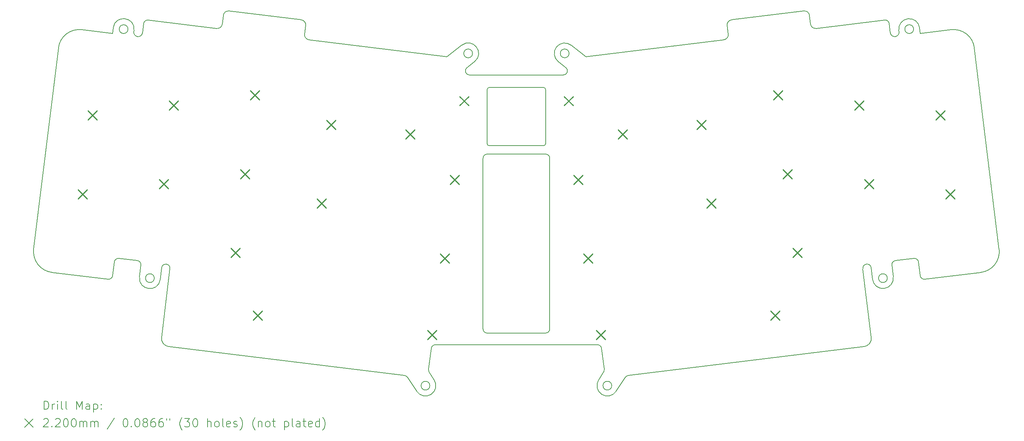
<source format=gbr>
%TF.GenerationSoftware,KiCad,Pcbnew,7.0.9-7.0.9~ubuntu23.04.1*%
%TF.CreationDate,Date%
%TF.ProjectId,le_capybara_plate,6c655f63-6170-4796-9261-72615f706c61,v0.1*%
%TF.SameCoordinates,PX8bd8a70PY50733a9*%
%TF.FileFunction,Drillmap*%
%TF.FilePolarity,Positive*%
%FSLAX45Y45*%
G04 Gerber Fmt 4.5, Leading zero omitted, Abs format (unit mm)*
G04 Created by KiCad*
%MOMM*%
%LPD*%
G01*
G04 APERTURE LIST*
%ADD10C,0.200000*%
%ADD11C,0.220000*%
G04 APERTURE END LIST*
D10*
X7768292Y-5899563D02*
X9505248Y-6112834D01*
X13000263Y-6996607D02*
X13352501Y-6720889D01*
X24349350Y-12254164D02*
G75*
G03*
X24460788Y-12341232I99260J12194D01*
G01*
X17344395Y-14654494D02*
X23002554Y-13959760D01*
X15313947Y-9135806D02*
X14013947Y-9135806D01*
X5019723Y-11927357D02*
X4979547Y-12254570D01*
X3086355Y-11619111D02*
G75*
G03*
X3521694Y-12176319I496255J-60949D01*
G01*
X13660987Y-7114385D02*
G75*
G03*
X13352501Y-6720889I-154247J196745D01*
G01*
X16636342Y-14759971D02*
G75*
G03*
X17055221Y-15032984I209438J-136509D01*
G01*
X13611743Y-6917636D02*
G75*
G03*
X13611743Y-6917636I-105000J0D01*
G01*
X5131165Y-11840286D02*
G75*
G03*
X5019723Y-11927357I-12195J-99244D01*
G01*
X6155813Y-12066852D02*
X6121562Y-12345799D01*
X12273674Y-15033392D02*
X12056088Y-14699552D01*
X5574672Y-6512416D02*
X5582675Y-6513399D01*
X25807199Y-12175911D02*
G75*
G03*
X26242538Y-11618705I-60919J496261D01*
G01*
X9609729Y-6246564D02*
X9583984Y-6456240D01*
X23002554Y-13959759D02*
G75*
G03*
X23176689Y-13736877I-24374J198509D01*
G01*
X12720579Y-13914990D02*
X16608264Y-13914636D01*
X24349347Y-12254164D02*
X24309170Y-11926951D01*
X5487603Y-6400975D02*
G75*
G03*
X5574672Y-6512416I99257J-12185D01*
G01*
X6152205Y-13737283D02*
X6354315Y-12091221D01*
X5659546Y-12005918D02*
G75*
G03*
X5572472Y-11894475I-99266J12178D01*
G01*
X5625289Y-12284864D02*
X5659540Y-12005917D01*
X21720071Y-6213315D02*
G75*
G03*
X21853807Y-6317795I119129J14655D01*
G01*
X6326340Y-13960166D02*
X11984498Y-14654900D01*
X24335684Y-6303549D02*
G75*
G03*
X23836896Y-6364792I-249394J-30621D01*
G01*
X23207331Y-12345393D02*
X23173081Y-12066446D01*
X7475087Y-6318200D02*
G75*
G03*
X7608817Y-6213720I14613J119120D01*
G01*
X19640428Y-6589563D02*
G75*
G03*
X19744910Y-6455834I-14608J119093D01*
G01*
X23207335Y-12345393D02*
G75*
G03*
X23703604Y-12284458I248135J30463D01*
G01*
X14013947Y-7735806D02*
X15313947Y-7735806D01*
X9583985Y-6456240D02*
G75*
G03*
X9688465Y-6589969I119085J-14640D01*
G01*
X13477932Y-7257363D02*
G75*
G03*
X13539500Y-7436170I61558J-78807D01*
G01*
X9609728Y-6246564D02*
G75*
G03*
X9505248Y-6112834I-119118J14614D01*
G01*
X25648849Y-6783501D02*
X26242538Y-11618705D01*
X15927151Y-6917230D02*
G75*
G03*
X15927151Y-6917230I-105000J0D01*
G01*
X15464069Y-9434813D02*
X15464069Y-13534813D01*
X13539500Y-7436170D02*
X15789529Y-7435847D01*
X24352305Y-6438942D02*
X25091641Y-6348163D01*
X15364069Y-13634813D02*
X13964069Y-13634813D01*
X13660985Y-7114383D02*
X13477930Y-7257360D01*
X5491997Y-6365198D02*
G75*
G03*
X4993213Y-6303955I-249392J30621D01*
G01*
X21853807Y-6317795D02*
X23495992Y-6116160D01*
X5625289Y-12284864D02*
G75*
G03*
X6121562Y-12345799I248137J-30467D01*
G01*
X16170920Y-6872985D02*
X16328630Y-6996201D01*
X4237252Y-6348569D02*
X4976589Y-6439348D01*
X5832901Y-6116571D02*
G75*
G03*
X5721460Y-6203634I-12191J-99249D01*
G01*
X12720579Y-13914988D02*
G75*
G03*
X12621475Y-14001701I11J-100002D01*
G01*
X23756422Y-11894072D02*
G75*
G03*
X23669354Y-12005511I12178J-99248D01*
G01*
X15976392Y-6720482D02*
X16170920Y-6872985D01*
X4237252Y-6348570D02*
G75*
G03*
X3680044Y-6783907I-60922J-496290D01*
G01*
X13864077Y-13534813D02*
G75*
G03*
X13964069Y-13634813I100023J23D01*
G01*
X19744910Y-6455834D02*
X19719165Y-6246158D01*
X23669354Y-12005511D02*
X23703604Y-12284458D01*
X23560468Y-12314926D02*
G75*
G03*
X23560468Y-12314926I-105000J0D01*
G01*
X5832902Y-6116566D02*
X7475087Y-6318201D01*
X15363954Y-7785806D02*
G75*
G03*
X15313947Y-7735806I-50004J-4D01*
G01*
X25807199Y-12175913D02*
X24460788Y-12341232D01*
X23607431Y-6203228D02*
G75*
G03*
X23495992Y-6116160I-99251J-12182D01*
G01*
X17272806Y-14699146D02*
X17055220Y-15032986D01*
X15363947Y-7785806D02*
X15363947Y-9085806D01*
X4868105Y-12341637D02*
G75*
G03*
X4979547Y-12254570I12185J99257D01*
G01*
X5582675Y-6513397D02*
G75*
G03*
X5694116Y-6426331I12185J99257D01*
G01*
X16707385Y-14001340D02*
X16774719Y-14503251D01*
X23634779Y-6425925D02*
G75*
G03*
X23746219Y-6512993I99261J12195D01*
G01*
X13964069Y-9334813D02*
X15364069Y-9334813D01*
X16707385Y-14001340D02*
G75*
G03*
X16608264Y-13914636I-99115J-13300D01*
G01*
X19823646Y-6112429D02*
X21560602Y-5899157D01*
X12588114Y-14896882D02*
G75*
G03*
X12588114Y-14896882I-105000J0D01*
G01*
X24191288Y-6334171D02*
G75*
G03*
X24191288Y-6334171I-105000J0D01*
G01*
X23836896Y-6364792D02*
X23841289Y-6400569D01*
X23607433Y-6203228D02*
X23634777Y-6425925D01*
X13964069Y-9334809D02*
G75*
G03*
X13864069Y-9434813I1J-100001D01*
G01*
X25648854Y-6783501D02*
G75*
G03*
X25091641Y-6348163I-496284J-60949D01*
G01*
X12273673Y-15033389D02*
G75*
G03*
X12692555Y-14760375I209444J136503D01*
G01*
X9688465Y-6589970D02*
X13000263Y-6996607D01*
X16328630Y-6996201D02*
X19640428Y-6589564D01*
X15313947Y-9135807D02*
G75*
G03*
X15363947Y-9085806I3J49997D01*
G01*
X24309168Y-11926952D02*
G75*
G03*
X24197729Y-11839884I-99248J-12178D01*
G01*
X15464067Y-9434813D02*
G75*
G03*
X15364069Y-9334813I-99997J3D01*
G01*
X16636338Y-14759969D02*
X16759388Y-14571135D01*
X15976392Y-6720483D02*
G75*
G03*
X15667909Y-7113977I-154242J-196747D01*
G01*
X13963947Y-9085806D02*
X13963947Y-7785806D01*
X15789529Y-7435849D02*
G75*
G03*
X15851070Y-7257038I-9J99999D01*
G01*
X16950780Y-14896476D02*
G75*
G03*
X16950780Y-14896476I-105000J0D01*
G01*
X4868105Y-12341638D02*
X3521694Y-12176319D01*
X23756422Y-11894069D02*
X24197729Y-11839884D01*
X5131165Y-11840290D02*
X5572472Y-11894475D01*
X12554177Y-14503658D02*
G75*
G03*
X12569505Y-14571541I99113J-13292D01*
G01*
X12569505Y-14571541D02*
X12692555Y-14760375D01*
X5487605Y-6400975D02*
X5491997Y-6365198D01*
X17344396Y-14654496D02*
G75*
G03*
X17272806Y-14699146I12184J-99254D01*
G01*
X21694332Y-6003638D02*
X21720076Y-6213314D01*
X23173082Y-12066442D02*
G75*
G03*
X22974578Y-12090815I-99252J-12188D01*
G01*
X24352260Y-6438580D02*
X24335681Y-6303549D01*
X16759388Y-14571135D02*
G75*
G03*
X16774719Y-14503251I-83778J54595D01*
G01*
X6152205Y-13737283D02*
G75*
G03*
X6326340Y-13960166I198505J-24377D01*
G01*
X13864069Y-13534813D02*
X13864069Y-9434813D01*
X19823646Y-6112427D02*
G75*
G03*
X19719165Y-6246158I14634J-119113D01*
G01*
X23746219Y-6512993D02*
X23754221Y-6512010D01*
X7608817Y-6213720D02*
X7634562Y-6004044D01*
X5978426Y-12315332D02*
G75*
G03*
X5978426Y-12315332I-105000J0D01*
G01*
X12554174Y-14503657D02*
X12621475Y-14001701D01*
X5694116Y-6426331D02*
X5721460Y-6203634D01*
X12056089Y-14699551D02*
G75*
G03*
X11984498Y-14654900I-83779J-54609D01*
G01*
X15851070Y-7257038D02*
X15667909Y-7113977D01*
X13963954Y-9085806D02*
G75*
G03*
X14013947Y-9135806I49996J-4D01*
G01*
X5347605Y-6334577D02*
G75*
G03*
X5347605Y-6334577I-105000J0D01*
G01*
X15364069Y-13634819D02*
G75*
G03*
X15464069Y-13534813I-9J100009D01*
G01*
X14013947Y-7735807D02*
G75*
G03*
X13963947Y-7785806I3J-50003D01*
G01*
X3086356Y-11619111D02*
X3680044Y-6783907D01*
X4993213Y-6303955D02*
X4976633Y-6438986D01*
X21694340Y-6003637D02*
G75*
G03*
X21560602Y-5899157I-119120J-14643D01*
G01*
X23754221Y-6512008D02*
G75*
G03*
X23841289Y-6400569I-12191J99258D01*
G01*
X22974578Y-12090815D02*
X23176689Y-13736877D01*
X6354308Y-12091220D02*
G75*
G03*
X6155813Y-12066848I-99248J12180D01*
G01*
X7768292Y-5899557D02*
G75*
G03*
X7634562Y-6004044I-14603J-119133D01*
G01*
D11*
X4150380Y-10185944D02*
X4370380Y-10405944D01*
X4370380Y-10185944D02*
X4150380Y-10405944D01*
X4382542Y-8295144D02*
X4602542Y-8515144D01*
X4602542Y-8295144D02*
X4382542Y-8515144D01*
X6099221Y-9945405D02*
X6319221Y-10165405D01*
X6319221Y-9945405D02*
X6099221Y-10165405D01*
X6331382Y-8054604D02*
X6551382Y-8274604D01*
X6551382Y-8054604D02*
X6331382Y-8274604D01*
X7815284Y-11595585D02*
X8035284Y-11815585D01*
X8035284Y-11595585D02*
X7815284Y-11815585D01*
X8047445Y-9704784D02*
X8267445Y-9924784D01*
X8267445Y-9704784D02*
X8047445Y-9924784D01*
X8280223Y-7814065D02*
X8500223Y-8034065D01*
X8500223Y-7814065D02*
X8280223Y-8034065D01*
X8350213Y-13100745D02*
X8570213Y-13320745D01*
X8570213Y-13100745D02*
X8350213Y-13320745D01*
X9880205Y-10409646D02*
X10100205Y-10629646D01*
X10100205Y-10409646D02*
X9880205Y-10629646D01*
X10112983Y-8518927D02*
X10332983Y-8738927D01*
X10332983Y-8518927D02*
X10112983Y-8738927D01*
X12003167Y-8751006D02*
X12223167Y-8971006D01*
X12223167Y-8751006D02*
X12003167Y-8971006D01*
X12531814Y-13565067D02*
X12751814Y-13785067D01*
X12751814Y-13565067D02*
X12531814Y-13785067D01*
X12836675Y-11732307D02*
X13056675Y-11952307D01*
X13056675Y-11732307D02*
X12836675Y-11952307D01*
X13068837Y-9841507D02*
X13288837Y-10061507D01*
X13288837Y-9841507D02*
X13068837Y-10061507D01*
X13300998Y-7950706D02*
X13520998Y-8170706D01*
X13520998Y-7950706D02*
X13300998Y-8170706D01*
X15806897Y-7950706D02*
X16026897Y-8170706D01*
X16026897Y-7950706D02*
X15806897Y-8170706D01*
X16039058Y-9841507D02*
X16259058Y-10061507D01*
X16259058Y-9841507D02*
X16039058Y-10061507D01*
X16271219Y-11732307D02*
X16491219Y-11952307D01*
X16491219Y-11732307D02*
X16271219Y-11952307D01*
X16576080Y-13565067D02*
X16796080Y-13785067D01*
X16796080Y-13565067D02*
X16576080Y-13785067D01*
X17104727Y-8751006D02*
X17324727Y-8971006D01*
X17324727Y-8751006D02*
X17104727Y-8971006D01*
X18994911Y-8518927D02*
X19214911Y-8738927D01*
X19214911Y-8518927D02*
X18994911Y-8738927D01*
X19227689Y-10409645D02*
X19447689Y-10629645D01*
X19447689Y-10409645D02*
X19227689Y-10629645D01*
X20757681Y-13100745D02*
X20977681Y-13320745D01*
X20977681Y-13100745D02*
X20757681Y-13320745D01*
X20827672Y-7814065D02*
X21047672Y-8034065D01*
X21047672Y-7814065D02*
X20827672Y-8034065D01*
X21060449Y-9704784D02*
X21280449Y-9924784D01*
X21280449Y-9704784D02*
X21060449Y-9924784D01*
X21292610Y-11595584D02*
X21512610Y-11815584D01*
X21512610Y-11595584D02*
X21292610Y-11815584D01*
X22776512Y-8054604D02*
X22996512Y-8274604D01*
X22996512Y-8054604D02*
X22776512Y-8274604D01*
X23008673Y-9945405D02*
X23228673Y-10165405D01*
X23228673Y-9945405D02*
X23008673Y-10165405D01*
X24725352Y-8295143D02*
X24945352Y-8515144D01*
X24945352Y-8295143D02*
X24725352Y-8515144D01*
X24957514Y-10185944D02*
X25177514Y-10405944D01*
X25177514Y-10185944D02*
X24957514Y-10405944D01*
D10*
X3333403Y-15468369D02*
X3333403Y-15268369D01*
X3333403Y-15268369D02*
X3381022Y-15268369D01*
X3381022Y-15268369D02*
X3409593Y-15277893D01*
X3409593Y-15277893D02*
X3428641Y-15296941D01*
X3428641Y-15296941D02*
X3438165Y-15315988D01*
X3438165Y-15315988D02*
X3447689Y-15354084D01*
X3447689Y-15354084D02*
X3447689Y-15382655D01*
X3447689Y-15382655D02*
X3438165Y-15420750D01*
X3438165Y-15420750D02*
X3428641Y-15439798D01*
X3428641Y-15439798D02*
X3409593Y-15458846D01*
X3409593Y-15458846D02*
X3381022Y-15468369D01*
X3381022Y-15468369D02*
X3333403Y-15468369D01*
X3533403Y-15468369D02*
X3533403Y-15335036D01*
X3533403Y-15373131D02*
X3542927Y-15354084D01*
X3542927Y-15354084D02*
X3552450Y-15344560D01*
X3552450Y-15344560D02*
X3571498Y-15335036D01*
X3571498Y-15335036D02*
X3590546Y-15335036D01*
X3657212Y-15468369D02*
X3657212Y-15335036D01*
X3657212Y-15268369D02*
X3647689Y-15277893D01*
X3647689Y-15277893D02*
X3657212Y-15287417D01*
X3657212Y-15287417D02*
X3666736Y-15277893D01*
X3666736Y-15277893D02*
X3657212Y-15268369D01*
X3657212Y-15268369D02*
X3657212Y-15287417D01*
X3781022Y-15468369D02*
X3761974Y-15458846D01*
X3761974Y-15458846D02*
X3752450Y-15439798D01*
X3752450Y-15439798D02*
X3752450Y-15268369D01*
X3885784Y-15468369D02*
X3866736Y-15458846D01*
X3866736Y-15458846D02*
X3857212Y-15439798D01*
X3857212Y-15439798D02*
X3857212Y-15268369D01*
X4114355Y-15468369D02*
X4114355Y-15268369D01*
X4114355Y-15268369D02*
X4181022Y-15411227D01*
X4181022Y-15411227D02*
X4247689Y-15268369D01*
X4247689Y-15268369D02*
X4247689Y-15468369D01*
X4428641Y-15468369D02*
X4428641Y-15363608D01*
X4428641Y-15363608D02*
X4419117Y-15344560D01*
X4419117Y-15344560D02*
X4400070Y-15335036D01*
X4400070Y-15335036D02*
X4361974Y-15335036D01*
X4361974Y-15335036D02*
X4342927Y-15344560D01*
X4428641Y-15458846D02*
X4409593Y-15468369D01*
X4409593Y-15468369D02*
X4361974Y-15468369D01*
X4361974Y-15468369D02*
X4342927Y-15458846D01*
X4342927Y-15458846D02*
X4333403Y-15439798D01*
X4333403Y-15439798D02*
X4333403Y-15420750D01*
X4333403Y-15420750D02*
X4342927Y-15401703D01*
X4342927Y-15401703D02*
X4361974Y-15392179D01*
X4361974Y-15392179D02*
X4409593Y-15392179D01*
X4409593Y-15392179D02*
X4428641Y-15382655D01*
X4523879Y-15335036D02*
X4523879Y-15535036D01*
X4523879Y-15344560D02*
X4542927Y-15335036D01*
X4542927Y-15335036D02*
X4581022Y-15335036D01*
X4581022Y-15335036D02*
X4600070Y-15344560D01*
X4600070Y-15344560D02*
X4609593Y-15354084D01*
X4609593Y-15354084D02*
X4619117Y-15373131D01*
X4619117Y-15373131D02*
X4619117Y-15430274D01*
X4619117Y-15430274D02*
X4609593Y-15449322D01*
X4609593Y-15449322D02*
X4600070Y-15458846D01*
X4600070Y-15458846D02*
X4581022Y-15468369D01*
X4581022Y-15468369D02*
X4542927Y-15468369D01*
X4542927Y-15468369D02*
X4523879Y-15458846D01*
X4704832Y-15449322D02*
X4714355Y-15458846D01*
X4714355Y-15458846D02*
X4704832Y-15468369D01*
X4704832Y-15468369D02*
X4695308Y-15458846D01*
X4695308Y-15458846D02*
X4704832Y-15449322D01*
X4704832Y-15449322D02*
X4704832Y-15468369D01*
X4704832Y-15344560D02*
X4714355Y-15354084D01*
X4714355Y-15354084D02*
X4704832Y-15363608D01*
X4704832Y-15363608D02*
X4695308Y-15354084D01*
X4695308Y-15354084D02*
X4704832Y-15344560D01*
X4704832Y-15344560D02*
X4704832Y-15363608D01*
X2872626Y-15696886D02*
X3072626Y-15896886D01*
X3072626Y-15696886D02*
X2872626Y-15896886D01*
X3323879Y-15707417D02*
X3333403Y-15697893D01*
X3333403Y-15697893D02*
X3352450Y-15688369D01*
X3352450Y-15688369D02*
X3400070Y-15688369D01*
X3400070Y-15688369D02*
X3419117Y-15697893D01*
X3419117Y-15697893D02*
X3428641Y-15707417D01*
X3428641Y-15707417D02*
X3438165Y-15726465D01*
X3438165Y-15726465D02*
X3438165Y-15745512D01*
X3438165Y-15745512D02*
X3428641Y-15774084D01*
X3428641Y-15774084D02*
X3314355Y-15888369D01*
X3314355Y-15888369D02*
X3438165Y-15888369D01*
X3523879Y-15869322D02*
X3533403Y-15878846D01*
X3533403Y-15878846D02*
X3523879Y-15888369D01*
X3523879Y-15888369D02*
X3514355Y-15878846D01*
X3514355Y-15878846D02*
X3523879Y-15869322D01*
X3523879Y-15869322D02*
X3523879Y-15888369D01*
X3609593Y-15707417D02*
X3619117Y-15697893D01*
X3619117Y-15697893D02*
X3638165Y-15688369D01*
X3638165Y-15688369D02*
X3685784Y-15688369D01*
X3685784Y-15688369D02*
X3704831Y-15697893D01*
X3704831Y-15697893D02*
X3714355Y-15707417D01*
X3714355Y-15707417D02*
X3723879Y-15726465D01*
X3723879Y-15726465D02*
X3723879Y-15745512D01*
X3723879Y-15745512D02*
X3714355Y-15774084D01*
X3714355Y-15774084D02*
X3600070Y-15888369D01*
X3600070Y-15888369D02*
X3723879Y-15888369D01*
X3847689Y-15688369D02*
X3866736Y-15688369D01*
X3866736Y-15688369D02*
X3885784Y-15697893D01*
X3885784Y-15697893D02*
X3895308Y-15707417D01*
X3895308Y-15707417D02*
X3904831Y-15726465D01*
X3904831Y-15726465D02*
X3914355Y-15764560D01*
X3914355Y-15764560D02*
X3914355Y-15812179D01*
X3914355Y-15812179D02*
X3904831Y-15850274D01*
X3904831Y-15850274D02*
X3895308Y-15869322D01*
X3895308Y-15869322D02*
X3885784Y-15878846D01*
X3885784Y-15878846D02*
X3866736Y-15888369D01*
X3866736Y-15888369D02*
X3847689Y-15888369D01*
X3847689Y-15888369D02*
X3828641Y-15878846D01*
X3828641Y-15878846D02*
X3819117Y-15869322D01*
X3819117Y-15869322D02*
X3809593Y-15850274D01*
X3809593Y-15850274D02*
X3800070Y-15812179D01*
X3800070Y-15812179D02*
X3800070Y-15764560D01*
X3800070Y-15764560D02*
X3809593Y-15726465D01*
X3809593Y-15726465D02*
X3819117Y-15707417D01*
X3819117Y-15707417D02*
X3828641Y-15697893D01*
X3828641Y-15697893D02*
X3847689Y-15688369D01*
X4038165Y-15688369D02*
X4057212Y-15688369D01*
X4057212Y-15688369D02*
X4076260Y-15697893D01*
X4076260Y-15697893D02*
X4085784Y-15707417D01*
X4085784Y-15707417D02*
X4095308Y-15726465D01*
X4095308Y-15726465D02*
X4104831Y-15764560D01*
X4104831Y-15764560D02*
X4104831Y-15812179D01*
X4104831Y-15812179D02*
X4095308Y-15850274D01*
X4095308Y-15850274D02*
X4085784Y-15869322D01*
X4085784Y-15869322D02*
X4076260Y-15878846D01*
X4076260Y-15878846D02*
X4057212Y-15888369D01*
X4057212Y-15888369D02*
X4038165Y-15888369D01*
X4038165Y-15888369D02*
X4019117Y-15878846D01*
X4019117Y-15878846D02*
X4009593Y-15869322D01*
X4009593Y-15869322D02*
X4000070Y-15850274D01*
X4000070Y-15850274D02*
X3990546Y-15812179D01*
X3990546Y-15812179D02*
X3990546Y-15764560D01*
X3990546Y-15764560D02*
X4000070Y-15726465D01*
X4000070Y-15726465D02*
X4009593Y-15707417D01*
X4009593Y-15707417D02*
X4019117Y-15697893D01*
X4019117Y-15697893D02*
X4038165Y-15688369D01*
X4190546Y-15888369D02*
X4190546Y-15755036D01*
X4190546Y-15774084D02*
X4200070Y-15764560D01*
X4200070Y-15764560D02*
X4219117Y-15755036D01*
X4219117Y-15755036D02*
X4247689Y-15755036D01*
X4247689Y-15755036D02*
X4266736Y-15764560D01*
X4266736Y-15764560D02*
X4276260Y-15783608D01*
X4276260Y-15783608D02*
X4276260Y-15888369D01*
X4276260Y-15783608D02*
X4285784Y-15764560D01*
X4285784Y-15764560D02*
X4304832Y-15755036D01*
X4304832Y-15755036D02*
X4333403Y-15755036D01*
X4333403Y-15755036D02*
X4352451Y-15764560D01*
X4352451Y-15764560D02*
X4361974Y-15783608D01*
X4361974Y-15783608D02*
X4361974Y-15888369D01*
X4457213Y-15888369D02*
X4457213Y-15755036D01*
X4457213Y-15774084D02*
X4466736Y-15764560D01*
X4466736Y-15764560D02*
X4485784Y-15755036D01*
X4485784Y-15755036D02*
X4514355Y-15755036D01*
X4514355Y-15755036D02*
X4533403Y-15764560D01*
X4533403Y-15764560D02*
X4542927Y-15783608D01*
X4542927Y-15783608D02*
X4542927Y-15888369D01*
X4542927Y-15783608D02*
X4552451Y-15764560D01*
X4552451Y-15764560D02*
X4571498Y-15755036D01*
X4571498Y-15755036D02*
X4600070Y-15755036D01*
X4600070Y-15755036D02*
X4619117Y-15764560D01*
X4619117Y-15764560D02*
X4628641Y-15783608D01*
X4628641Y-15783608D02*
X4628641Y-15888369D01*
X5019117Y-15678846D02*
X4847689Y-15935988D01*
X5276260Y-15688369D02*
X5295308Y-15688369D01*
X5295308Y-15688369D02*
X5314356Y-15697893D01*
X5314356Y-15697893D02*
X5323879Y-15707417D01*
X5323879Y-15707417D02*
X5333403Y-15726465D01*
X5333403Y-15726465D02*
X5342927Y-15764560D01*
X5342927Y-15764560D02*
X5342927Y-15812179D01*
X5342927Y-15812179D02*
X5333403Y-15850274D01*
X5333403Y-15850274D02*
X5323879Y-15869322D01*
X5323879Y-15869322D02*
X5314356Y-15878846D01*
X5314356Y-15878846D02*
X5295308Y-15888369D01*
X5295308Y-15888369D02*
X5276260Y-15888369D01*
X5276260Y-15888369D02*
X5257213Y-15878846D01*
X5257213Y-15878846D02*
X5247689Y-15869322D01*
X5247689Y-15869322D02*
X5238165Y-15850274D01*
X5238165Y-15850274D02*
X5228641Y-15812179D01*
X5228641Y-15812179D02*
X5228641Y-15764560D01*
X5228641Y-15764560D02*
X5238165Y-15726465D01*
X5238165Y-15726465D02*
X5247689Y-15707417D01*
X5247689Y-15707417D02*
X5257213Y-15697893D01*
X5257213Y-15697893D02*
X5276260Y-15688369D01*
X5428641Y-15869322D02*
X5438165Y-15878846D01*
X5438165Y-15878846D02*
X5428641Y-15888369D01*
X5428641Y-15888369D02*
X5419117Y-15878846D01*
X5419117Y-15878846D02*
X5428641Y-15869322D01*
X5428641Y-15869322D02*
X5428641Y-15888369D01*
X5561975Y-15688369D02*
X5581022Y-15688369D01*
X5581022Y-15688369D02*
X5600070Y-15697893D01*
X5600070Y-15697893D02*
X5609594Y-15707417D01*
X5609594Y-15707417D02*
X5619117Y-15726465D01*
X5619117Y-15726465D02*
X5628641Y-15764560D01*
X5628641Y-15764560D02*
X5628641Y-15812179D01*
X5628641Y-15812179D02*
X5619117Y-15850274D01*
X5619117Y-15850274D02*
X5609594Y-15869322D01*
X5609594Y-15869322D02*
X5600070Y-15878846D01*
X5600070Y-15878846D02*
X5581022Y-15888369D01*
X5581022Y-15888369D02*
X5561975Y-15888369D01*
X5561975Y-15888369D02*
X5542927Y-15878846D01*
X5542927Y-15878846D02*
X5533403Y-15869322D01*
X5533403Y-15869322D02*
X5523879Y-15850274D01*
X5523879Y-15850274D02*
X5514356Y-15812179D01*
X5514356Y-15812179D02*
X5514356Y-15764560D01*
X5514356Y-15764560D02*
X5523879Y-15726465D01*
X5523879Y-15726465D02*
X5533403Y-15707417D01*
X5533403Y-15707417D02*
X5542927Y-15697893D01*
X5542927Y-15697893D02*
X5561975Y-15688369D01*
X5742927Y-15774084D02*
X5723879Y-15764560D01*
X5723879Y-15764560D02*
X5714355Y-15755036D01*
X5714355Y-15755036D02*
X5704832Y-15735988D01*
X5704832Y-15735988D02*
X5704832Y-15726465D01*
X5704832Y-15726465D02*
X5714355Y-15707417D01*
X5714355Y-15707417D02*
X5723879Y-15697893D01*
X5723879Y-15697893D02*
X5742927Y-15688369D01*
X5742927Y-15688369D02*
X5781022Y-15688369D01*
X5781022Y-15688369D02*
X5800070Y-15697893D01*
X5800070Y-15697893D02*
X5809594Y-15707417D01*
X5809594Y-15707417D02*
X5819117Y-15726465D01*
X5819117Y-15726465D02*
X5819117Y-15735988D01*
X5819117Y-15735988D02*
X5809594Y-15755036D01*
X5809594Y-15755036D02*
X5800070Y-15764560D01*
X5800070Y-15764560D02*
X5781022Y-15774084D01*
X5781022Y-15774084D02*
X5742927Y-15774084D01*
X5742927Y-15774084D02*
X5723879Y-15783608D01*
X5723879Y-15783608D02*
X5714355Y-15793131D01*
X5714355Y-15793131D02*
X5704832Y-15812179D01*
X5704832Y-15812179D02*
X5704832Y-15850274D01*
X5704832Y-15850274D02*
X5714355Y-15869322D01*
X5714355Y-15869322D02*
X5723879Y-15878846D01*
X5723879Y-15878846D02*
X5742927Y-15888369D01*
X5742927Y-15888369D02*
X5781022Y-15888369D01*
X5781022Y-15888369D02*
X5800070Y-15878846D01*
X5800070Y-15878846D02*
X5809594Y-15869322D01*
X5809594Y-15869322D02*
X5819117Y-15850274D01*
X5819117Y-15850274D02*
X5819117Y-15812179D01*
X5819117Y-15812179D02*
X5809594Y-15793131D01*
X5809594Y-15793131D02*
X5800070Y-15783608D01*
X5800070Y-15783608D02*
X5781022Y-15774084D01*
X5990546Y-15688369D02*
X5952451Y-15688369D01*
X5952451Y-15688369D02*
X5933403Y-15697893D01*
X5933403Y-15697893D02*
X5923879Y-15707417D01*
X5923879Y-15707417D02*
X5904832Y-15735988D01*
X5904832Y-15735988D02*
X5895308Y-15774084D01*
X5895308Y-15774084D02*
X5895308Y-15850274D01*
X5895308Y-15850274D02*
X5904832Y-15869322D01*
X5904832Y-15869322D02*
X5914355Y-15878846D01*
X5914355Y-15878846D02*
X5933403Y-15888369D01*
X5933403Y-15888369D02*
X5971498Y-15888369D01*
X5971498Y-15888369D02*
X5990546Y-15878846D01*
X5990546Y-15878846D02*
X6000070Y-15869322D01*
X6000070Y-15869322D02*
X6009594Y-15850274D01*
X6009594Y-15850274D02*
X6009594Y-15802655D01*
X6009594Y-15802655D02*
X6000070Y-15783608D01*
X6000070Y-15783608D02*
X5990546Y-15774084D01*
X5990546Y-15774084D02*
X5971498Y-15764560D01*
X5971498Y-15764560D02*
X5933403Y-15764560D01*
X5933403Y-15764560D02*
X5914355Y-15774084D01*
X5914355Y-15774084D02*
X5904832Y-15783608D01*
X5904832Y-15783608D02*
X5895308Y-15802655D01*
X6181022Y-15688369D02*
X6142927Y-15688369D01*
X6142927Y-15688369D02*
X6123879Y-15697893D01*
X6123879Y-15697893D02*
X6114355Y-15707417D01*
X6114355Y-15707417D02*
X6095308Y-15735988D01*
X6095308Y-15735988D02*
X6085784Y-15774084D01*
X6085784Y-15774084D02*
X6085784Y-15850274D01*
X6085784Y-15850274D02*
X6095308Y-15869322D01*
X6095308Y-15869322D02*
X6104832Y-15878846D01*
X6104832Y-15878846D02*
X6123879Y-15888369D01*
X6123879Y-15888369D02*
X6161975Y-15888369D01*
X6161975Y-15888369D02*
X6181022Y-15878846D01*
X6181022Y-15878846D02*
X6190546Y-15869322D01*
X6190546Y-15869322D02*
X6200070Y-15850274D01*
X6200070Y-15850274D02*
X6200070Y-15802655D01*
X6200070Y-15802655D02*
X6190546Y-15783608D01*
X6190546Y-15783608D02*
X6181022Y-15774084D01*
X6181022Y-15774084D02*
X6161975Y-15764560D01*
X6161975Y-15764560D02*
X6123879Y-15764560D01*
X6123879Y-15764560D02*
X6104832Y-15774084D01*
X6104832Y-15774084D02*
X6095308Y-15783608D01*
X6095308Y-15783608D02*
X6085784Y-15802655D01*
X6276260Y-15688369D02*
X6276260Y-15726465D01*
X6352451Y-15688369D02*
X6352451Y-15726465D01*
X6647689Y-15964560D02*
X6638165Y-15955036D01*
X6638165Y-15955036D02*
X6619117Y-15926465D01*
X6619117Y-15926465D02*
X6609594Y-15907417D01*
X6609594Y-15907417D02*
X6600070Y-15878846D01*
X6600070Y-15878846D02*
X6590546Y-15831227D01*
X6590546Y-15831227D02*
X6590546Y-15793131D01*
X6590546Y-15793131D02*
X6600070Y-15745512D01*
X6600070Y-15745512D02*
X6609594Y-15716941D01*
X6609594Y-15716941D02*
X6619117Y-15697893D01*
X6619117Y-15697893D02*
X6638165Y-15669322D01*
X6638165Y-15669322D02*
X6647689Y-15659798D01*
X6704832Y-15688369D02*
X6828641Y-15688369D01*
X6828641Y-15688369D02*
X6761975Y-15764560D01*
X6761975Y-15764560D02*
X6790546Y-15764560D01*
X6790546Y-15764560D02*
X6809594Y-15774084D01*
X6809594Y-15774084D02*
X6819117Y-15783608D01*
X6819117Y-15783608D02*
X6828641Y-15802655D01*
X6828641Y-15802655D02*
X6828641Y-15850274D01*
X6828641Y-15850274D02*
X6819117Y-15869322D01*
X6819117Y-15869322D02*
X6809594Y-15878846D01*
X6809594Y-15878846D02*
X6790546Y-15888369D01*
X6790546Y-15888369D02*
X6733403Y-15888369D01*
X6733403Y-15888369D02*
X6714356Y-15878846D01*
X6714356Y-15878846D02*
X6704832Y-15869322D01*
X6952451Y-15688369D02*
X6971498Y-15688369D01*
X6971498Y-15688369D02*
X6990546Y-15697893D01*
X6990546Y-15697893D02*
X7000070Y-15707417D01*
X7000070Y-15707417D02*
X7009594Y-15726465D01*
X7009594Y-15726465D02*
X7019117Y-15764560D01*
X7019117Y-15764560D02*
X7019117Y-15812179D01*
X7019117Y-15812179D02*
X7009594Y-15850274D01*
X7009594Y-15850274D02*
X7000070Y-15869322D01*
X7000070Y-15869322D02*
X6990546Y-15878846D01*
X6990546Y-15878846D02*
X6971498Y-15888369D01*
X6971498Y-15888369D02*
X6952451Y-15888369D01*
X6952451Y-15888369D02*
X6933403Y-15878846D01*
X6933403Y-15878846D02*
X6923879Y-15869322D01*
X6923879Y-15869322D02*
X6914356Y-15850274D01*
X6914356Y-15850274D02*
X6904832Y-15812179D01*
X6904832Y-15812179D02*
X6904832Y-15764560D01*
X6904832Y-15764560D02*
X6914356Y-15726465D01*
X6914356Y-15726465D02*
X6923879Y-15707417D01*
X6923879Y-15707417D02*
X6933403Y-15697893D01*
X6933403Y-15697893D02*
X6952451Y-15688369D01*
X7257213Y-15888369D02*
X7257213Y-15688369D01*
X7342927Y-15888369D02*
X7342927Y-15783608D01*
X7342927Y-15783608D02*
X7333403Y-15764560D01*
X7333403Y-15764560D02*
X7314356Y-15755036D01*
X7314356Y-15755036D02*
X7285784Y-15755036D01*
X7285784Y-15755036D02*
X7266737Y-15764560D01*
X7266737Y-15764560D02*
X7257213Y-15774084D01*
X7466737Y-15888369D02*
X7447689Y-15878846D01*
X7447689Y-15878846D02*
X7438165Y-15869322D01*
X7438165Y-15869322D02*
X7428641Y-15850274D01*
X7428641Y-15850274D02*
X7428641Y-15793131D01*
X7428641Y-15793131D02*
X7438165Y-15774084D01*
X7438165Y-15774084D02*
X7447689Y-15764560D01*
X7447689Y-15764560D02*
X7466737Y-15755036D01*
X7466737Y-15755036D02*
X7495308Y-15755036D01*
X7495308Y-15755036D02*
X7514356Y-15764560D01*
X7514356Y-15764560D02*
X7523879Y-15774084D01*
X7523879Y-15774084D02*
X7533403Y-15793131D01*
X7533403Y-15793131D02*
X7533403Y-15850274D01*
X7533403Y-15850274D02*
X7523879Y-15869322D01*
X7523879Y-15869322D02*
X7514356Y-15878846D01*
X7514356Y-15878846D02*
X7495308Y-15888369D01*
X7495308Y-15888369D02*
X7466737Y-15888369D01*
X7647689Y-15888369D02*
X7628641Y-15878846D01*
X7628641Y-15878846D02*
X7619118Y-15859798D01*
X7619118Y-15859798D02*
X7619118Y-15688369D01*
X7800070Y-15878846D02*
X7781022Y-15888369D01*
X7781022Y-15888369D02*
X7742927Y-15888369D01*
X7742927Y-15888369D02*
X7723879Y-15878846D01*
X7723879Y-15878846D02*
X7714356Y-15859798D01*
X7714356Y-15859798D02*
X7714356Y-15783608D01*
X7714356Y-15783608D02*
X7723879Y-15764560D01*
X7723879Y-15764560D02*
X7742927Y-15755036D01*
X7742927Y-15755036D02*
X7781022Y-15755036D01*
X7781022Y-15755036D02*
X7800070Y-15764560D01*
X7800070Y-15764560D02*
X7809594Y-15783608D01*
X7809594Y-15783608D02*
X7809594Y-15802655D01*
X7809594Y-15802655D02*
X7714356Y-15821703D01*
X7885784Y-15878846D02*
X7904832Y-15888369D01*
X7904832Y-15888369D02*
X7942927Y-15888369D01*
X7942927Y-15888369D02*
X7961975Y-15878846D01*
X7961975Y-15878846D02*
X7971499Y-15859798D01*
X7971499Y-15859798D02*
X7971499Y-15850274D01*
X7971499Y-15850274D02*
X7961975Y-15831227D01*
X7961975Y-15831227D02*
X7942927Y-15821703D01*
X7942927Y-15821703D02*
X7914356Y-15821703D01*
X7914356Y-15821703D02*
X7895308Y-15812179D01*
X7895308Y-15812179D02*
X7885784Y-15793131D01*
X7885784Y-15793131D02*
X7885784Y-15783608D01*
X7885784Y-15783608D02*
X7895308Y-15764560D01*
X7895308Y-15764560D02*
X7914356Y-15755036D01*
X7914356Y-15755036D02*
X7942927Y-15755036D01*
X7942927Y-15755036D02*
X7961975Y-15764560D01*
X8038165Y-15964560D02*
X8047689Y-15955036D01*
X8047689Y-15955036D02*
X8066737Y-15926465D01*
X8066737Y-15926465D02*
X8076260Y-15907417D01*
X8076260Y-15907417D02*
X8085784Y-15878846D01*
X8085784Y-15878846D02*
X8095308Y-15831227D01*
X8095308Y-15831227D02*
X8095308Y-15793131D01*
X8095308Y-15793131D02*
X8085784Y-15745512D01*
X8085784Y-15745512D02*
X8076260Y-15716941D01*
X8076260Y-15716941D02*
X8066737Y-15697893D01*
X8066737Y-15697893D02*
X8047689Y-15669322D01*
X8047689Y-15669322D02*
X8038165Y-15659798D01*
X8400070Y-15964560D02*
X8390546Y-15955036D01*
X8390546Y-15955036D02*
X8371499Y-15926465D01*
X8371499Y-15926465D02*
X8361975Y-15907417D01*
X8361975Y-15907417D02*
X8352451Y-15878846D01*
X8352451Y-15878846D02*
X8342927Y-15831227D01*
X8342927Y-15831227D02*
X8342927Y-15793131D01*
X8342927Y-15793131D02*
X8352451Y-15745512D01*
X8352451Y-15745512D02*
X8361975Y-15716941D01*
X8361975Y-15716941D02*
X8371499Y-15697893D01*
X8371499Y-15697893D02*
X8390546Y-15669322D01*
X8390546Y-15669322D02*
X8400070Y-15659798D01*
X8476261Y-15755036D02*
X8476261Y-15888369D01*
X8476261Y-15774084D02*
X8485784Y-15764560D01*
X8485784Y-15764560D02*
X8504832Y-15755036D01*
X8504832Y-15755036D02*
X8533403Y-15755036D01*
X8533403Y-15755036D02*
X8552451Y-15764560D01*
X8552451Y-15764560D02*
X8561975Y-15783608D01*
X8561975Y-15783608D02*
X8561975Y-15888369D01*
X8685784Y-15888369D02*
X8666737Y-15878846D01*
X8666737Y-15878846D02*
X8657213Y-15869322D01*
X8657213Y-15869322D02*
X8647689Y-15850274D01*
X8647689Y-15850274D02*
X8647689Y-15793131D01*
X8647689Y-15793131D02*
X8657213Y-15774084D01*
X8657213Y-15774084D02*
X8666737Y-15764560D01*
X8666737Y-15764560D02*
X8685784Y-15755036D01*
X8685784Y-15755036D02*
X8714356Y-15755036D01*
X8714356Y-15755036D02*
X8733403Y-15764560D01*
X8733403Y-15764560D02*
X8742927Y-15774084D01*
X8742927Y-15774084D02*
X8752451Y-15793131D01*
X8752451Y-15793131D02*
X8752451Y-15850274D01*
X8752451Y-15850274D02*
X8742927Y-15869322D01*
X8742927Y-15869322D02*
X8733403Y-15878846D01*
X8733403Y-15878846D02*
X8714356Y-15888369D01*
X8714356Y-15888369D02*
X8685784Y-15888369D01*
X8809594Y-15755036D02*
X8885784Y-15755036D01*
X8838165Y-15688369D02*
X8838165Y-15859798D01*
X8838165Y-15859798D02*
X8847689Y-15878846D01*
X8847689Y-15878846D02*
X8866737Y-15888369D01*
X8866737Y-15888369D02*
X8885784Y-15888369D01*
X9104832Y-15755036D02*
X9104832Y-15955036D01*
X9104832Y-15764560D02*
X9123880Y-15755036D01*
X9123880Y-15755036D02*
X9161975Y-15755036D01*
X9161975Y-15755036D02*
X9181023Y-15764560D01*
X9181023Y-15764560D02*
X9190546Y-15774084D01*
X9190546Y-15774084D02*
X9200070Y-15793131D01*
X9200070Y-15793131D02*
X9200070Y-15850274D01*
X9200070Y-15850274D02*
X9190546Y-15869322D01*
X9190546Y-15869322D02*
X9181023Y-15878846D01*
X9181023Y-15878846D02*
X9161975Y-15888369D01*
X9161975Y-15888369D02*
X9123880Y-15888369D01*
X9123880Y-15888369D02*
X9104832Y-15878846D01*
X9314356Y-15888369D02*
X9295308Y-15878846D01*
X9295308Y-15878846D02*
X9285784Y-15859798D01*
X9285784Y-15859798D02*
X9285784Y-15688369D01*
X9476261Y-15888369D02*
X9476261Y-15783608D01*
X9476261Y-15783608D02*
X9466737Y-15764560D01*
X9466737Y-15764560D02*
X9447689Y-15755036D01*
X9447689Y-15755036D02*
X9409594Y-15755036D01*
X9409594Y-15755036D02*
X9390546Y-15764560D01*
X9476261Y-15878846D02*
X9457213Y-15888369D01*
X9457213Y-15888369D02*
X9409594Y-15888369D01*
X9409594Y-15888369D02*
X9390546Y-15878846D01*
X9390546Y-15878846D02*
X9381023Y-15859798D01*
X9381023Y-15859798D02*
X9381023Y-15840750D01*
X9381023Y-15840750D02*
X9390546Y-15821703D01*
X9390546Y-15821703D02*
X9409594Y-15812179D01*
X9409594Y-15812179D02*
X9457213Y-15812179D01*
X9457213Y-15812179D02*
X9476261Y-15802655D01*
X9542927Y-15755036D02*
X9619118Y-15755036D01*
X9571499Y-15688369D02*
X9571499Y-15859798D01*
X9571499Y-15859798D02*
X9581023Y-15878846D01*
X9581023Y-15878846D02*
X9600070Y-15888369D01*
X9600070Y-15888369D02*
X9619118Y-15888369D01*
X9761975Y-15878846D02*
X9742927Y-15888369D01*
X9742927Y-15888369D02*
X9704832Y-15888369D01*
X9704832Y-15888369D02*
X9685784Y-15878846D01*
X9685784Y-15878846D02*
X9676261Y-15859798D01*
X9676261Y-15859798D02*
X9676261Y-15783608D01*
X9676261Y-15783608D02*
X9685784Y-15764560D01*
X9685784Y-15764560D02*
X9704832Y-15755036D01*
X9704832Y-15755036D02*
X9742927Y-15755036D01*
X9742927Y-15755036D02*
X9761975Y-15764560D01*
X9761975Y-15764560D02*
X9771499Y-15783608D01*
X9771499Y-15783608D02*
X9771499Y-15802655D01*
X9771499Y-15802655D02*
X9676261Y-15821703D01*
X9942927Y-15888369D02*
X9942927Y-15688369D01*
X9942927Y-15878846D02*
X9923880Y-15888369D01*
X9923880Y-15888369D02*
X9885784Y-15888369D01*
X9885784Y-15888369D02*
X9866737Y-15878846D01*
X9866737Y-15878846D02*
X9857213Y-15869322D01*
X9857213Y-15869322D02*
X9847689Y-15850274D01*
X9847689Y-15850274D02*
X9847689Y-15793131D01*
X9847689Y-15793131D02*
X9857213Y-15774084D01*
X9857213Y-15774084D02*
X9866737Y-15764560D01*
X9866737Y-15764560D02*
X9885784Y-15755036D01*
X9885784Y-15755036D02*
X9923880Y-15755036D01*
X9923880Y-15755036D02*
X9942927Y-15764560D01*
X10019118Y-15964560D02*
X10028642Y-15955036D01*
X10028642Y-15955036D02*
X10047689Y-15926465D01*
X10047689Y-15926465D02*
X10057213Y-15907417D01*
X10057213Y-15907417D02*
X10066737Y-15878846D01*
X10066737Y-15878846D02*
X10076261Y-15831227D01*
X10076261Y-15831227D02*
X10076261Y-15793131D01*
X10076261Y-15793131D02*
X10066737Y-15745512D01*
X10066737Y-15745512D02*
X10057213Y-15716941D01*
X10057213Y-15716941D02*
X10047689Y-15697893D01*
X10047689Y-15697893D02*
X10028642Y-15669322D01*
X10028642Y-15669322D02*
X10019118Y-15659798D01*
M02*

</source>
